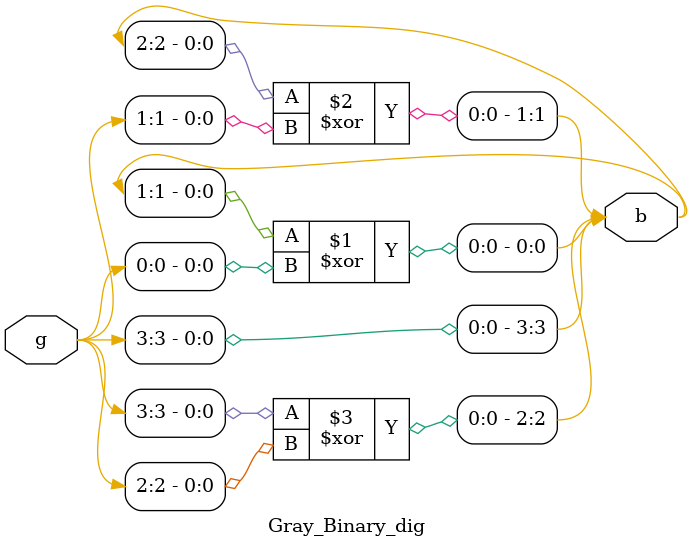
<source format=v>
module Gray_Binary_dig(
    input [3:0]g, output [3:0]b
    );
    assign b[0]=b[1]^g[0];
    assign b[1]=b[2]^g[1];
    assign b[2]=b[3]^g[2];
    assign b[3]=g[3];
endmodule

</source>
